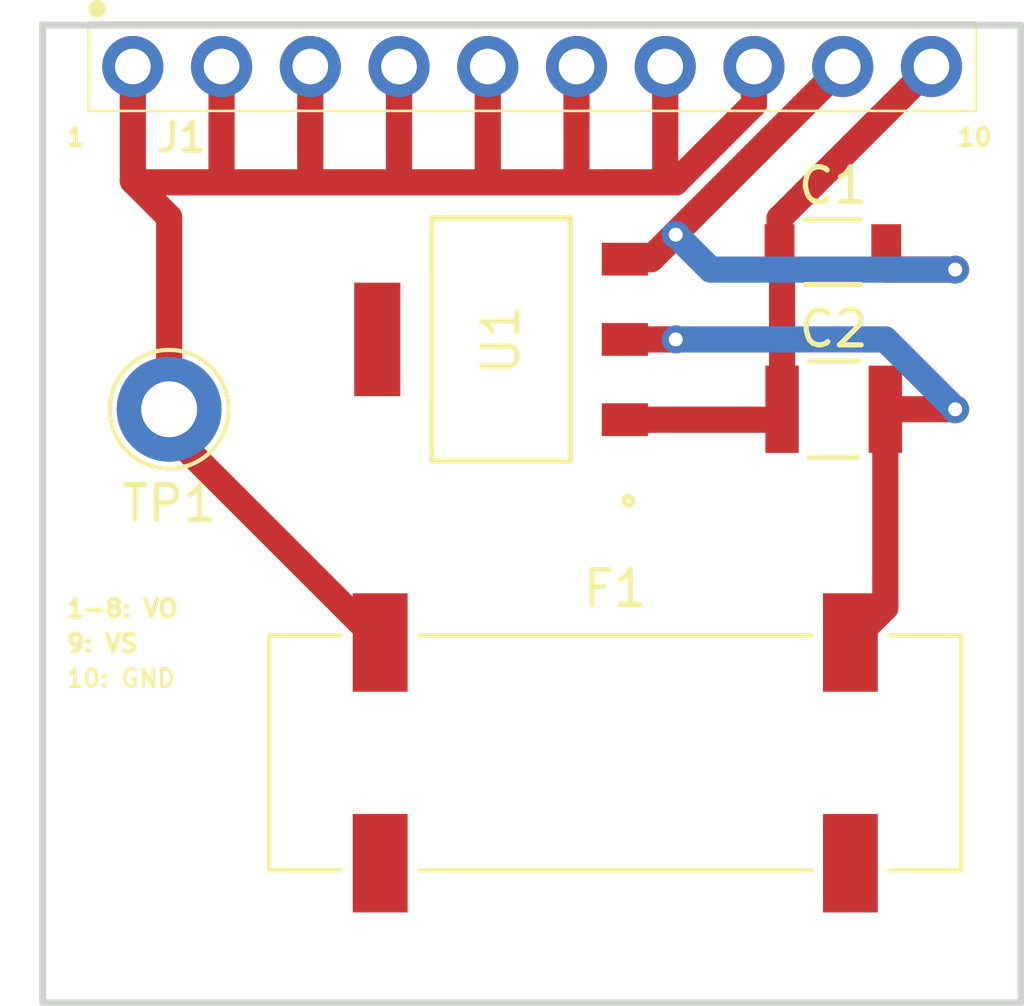
<source format=kicad_pcb>
(kicad_pcb (version 20240108) (generator "pcbnew") (generator_version "8.0")
  (layers (0 "F.Cu" signal) (31 "B.Cu" signal) (34 "B.Paste" user) (35 "F.Paste" user) (36 "B.SilkS" user "B.Silkscreen") (37 "F.SilkS" user "F.Silkscreen") (38 "B.Mask" user) (39 "F.Mask" user) (44 "Edge.Cuts" user))
  (net 0 "")
  (net 1 "/GND")
  (net 2 "/Vs")
  (net 3 "Net-(U1-VO)")
  (net 4 "Net-(F1-Pad1_1)")
  (footprint "TestPoint:TestPoint_Loop_D2.60mm_Drill1.6mm_Beaded" (layer "F.Cu") (at 62 32)
    (property "Reference" "TP1" (at 0 2.7 0) (layer "F.SilkS"))
    (property "Value" "TestPoint")
    (fp_circle (center 0 0) (end 1.7 0) (stroke (width 0.12)) (fill none) (layer "F.SilkS"))
    (pad "1" thru_hole circle (at 0 0) (size 3 3) (drill 1.6) (layers "*.Cu" "*.Mask") (net 4 "Net-(F1-Pad1_1)"))
  )
  (footprint "LT1117CST-5#PBF:SOT-223_ST_LIT-M" (layer "F.Cu") (at 71.5 30 90)
    (property "Reference" "U1" (at 0 0 90) (layer "F.SilkS"))
    (property "Value" "LT1117-5.0")
    (fp_poly (pts (xy 1.6256 -4.2037) (xy -1.6256 -4.2037) (xy -1.6256 -2.8829) (xy 1.6256 -2.8829)) (fill solid) (layer "F.Cu"))
    (fp_line (start 3.4798 -1.9812) (end -3.4798 -1.9812) (stroke (width 0.1524)) (layer "F.SilkS"))
    (fp_line (start -3.4798 -1.9812) (end -3.4798 1.9812) (stroke (width 0.1524)) (layer "F.SilkS"))
    (fp_line (start 3.4798 1.9812) (end 3.4798 -1.9812) (stroke (width 0.1524)) (layer "F.SilkS"))
    (fp_line (start -3.4798 1.9812) (end 3.4798 1.9812) (stroke (width 0.1524)) (layer "F.SilkS"))
    (fp_circle (center -4.6228 3.6449) (end -4.4958 3.6449) (stroke (width 0.1524)) (fill none) (layer "F.SilkS"))
    (pad "1" smd rect (at -2.2987 3.5433 90) (size 0.9398 1.3208) (layers "F.Cu" "F.Paste" "F.Mask") (net 1 "/GND"))
    (pad "2" smd rect (at 0 3.5433 90) (size 0.9398 1.3208) (layers "F.Cu" "F.Paste" "F.Mask") (net 3 "Net-(U1-VO)"))
    (pad "3" smd rect (at 2.2987 3.5433 90) (size 0.9398 1.3208) (layers "F.Cu" "F.Paste" "F.Mask") (net 2 "/Vs"))
  )
  (footprint "fuse:FUSE_3587TR" (layer "F.Cu") (at 74.77 41.84)
    (property "Reference" "F1" (at 0 -4.7 0) (layer "F.SilkS"))
    (property "Value" "3587TR")
    (fp_line (start -9.905 -3.365) (end -9.905 3.365) (stroke (width 0.127)) (layer "F.SilkS"))
    (fp_line (start -7.85 -3.365) (end -9.905 -3.365) (stroke (width 0.127)) (layer "F.SilkS"))
    (fp_line (start -7.85 3.365) (end -9.905 3.365) (stroke (width 0.127)) (layer "F.SilkS"))
    (fp_line (start -5.6 -3.365) (end 5.6 -3.365) (stroke (width 0.127)) (layer "F.SilkS"))
    (fp_line (start 5.6 3.365) (end -5.6 3.365) (stroke (width 0.127)) (layer "F.SilkS"))
    (fp_line (start 7.85 -3.365) (end 9.905 -3.365) (stroke (width 0.127)) (layer "F.SilkS"))
    (fp_line (start 7.85 3.365) (end 9.905 3.365) (stroke (width 0.127)) (layer "F.SilkS"))
    (fp_line (start 9.905 -3.365) (end 9.905 3.365) (stroke (width 0.127)) (layer "F.SilkS"))
    (pad "1_1" smd rect (at -6.73 -3.16) (size 1.57 2.82) (layers "F.Cu" "F.Paste" "F.Mask") (net 4 "Net-(F1-Pad1_1)"))
    (pad "1_2" smd rect (at -6.73 3.16) (size 1.57 2.82) (layers "F.Cu" "F.Paste" "F.Mask"))
    (pad "2_1" smd rect (at 6.73 -3.16) (size 1.57 2.82) (layers "F.Cu" "F.Paste" "F.Mask") (net 3 "Net-(U1-VO)"))
    (pad "2_2" smd rect (at 6.73 3.16) (size 1.57 2.82) (layers "F.Cu" "F.Paste" "F.Mask"))
  )
  (footprint "10 pin output:1X10-2.54MM-THT" (layer "F.Cu") (at 60.96 22.18415)
    (property "Reference" "J1" (at 1.397 2.032 0) (layer "F.SilkS") (effects (font (size 0.8 0.8))))
    (property "Value" "PH1-10-UA")
    (fp_line (start -1.27 -1.27) (end -1.27 1.27) (stroke (width 0.0762)) (layer "F.SilkS"))
    (fp_line (start -1.27 -1.27) (end 24.13 -1.27) (stroke (width 0.0762)) (layer "F.SilkS"))
    (fp_line (start 24.13 -1.27) (end 24.13 1.27) (stroke (width 0.0762)) (layer "F.SilkS"))
    (fp_line (start 24.13 1.27) (end -1.27 1.27) (stroke (width 0.0762)) (layer "F.SilkS"))
    (fp_circle (center -1.016 -1.651) (end -0.762 -1.651) (fill solid) (layer "F.SilkS"))
    (pad "1" thru_hole circle (at 0 0) (size 1.75 1.75) (drill 1.02) (layers "*.Cu" "*.Mask") (net 4 "Net-(F1-Pad1_1)"))
    (pad "2" thru_hole circle (at 2.54 0) (size 1.75 1.75) (drill 1.02) (layers "*.Cu" "*.Mask") (net 4 "Net-(F1-Pad1_1)"))
    (pad "3" thru_hole circle (at 5.08 0) (size 1.75 1.75) (drill 1.02) (layers "*.Cu" "*.Mask") (net 4 "Net-(F1-Pad1_1)"))
    (pad "4" thru_hole circle (at 7.62 0) (size 1.75 1.75) (drill 1.02) (layers "*.Cu" "*.Mask") (net 4 "Net-(F1-Pad1_1)"))
    (pad "5" thru_hole circle (at 10.16 0) (size 1.75 1.75) (drill 1.02) (layers "*.Cu" "*.Mask") (net 4 "Net-(F1-Pad1_1)"))
    (pad "6" thru_hole circle (at 12.7 0) (size 1.75 1.75) (drill 1.02) (layers "*.Cu" "*.Mask") (net 4 "Net-(F1-Pad1_1)"))
    (pad "7" thru_hole circle (at 15.24 0) (size 1.75 1.75) (drill 1.02) (layers "*.Cu" "*.Mask") (net 4 "Net-(F1-Pad1_1)"))
    (pad "8" thru_hole circle (at 17.78 0) (size 1.75 1.75) (drill 1.02) (layers "*.Cu" "*.Mask") (net 4 "Net-(F1-Pad1_1)"))
    (pad "9" thru_hole circle (at 20.32 0) (size 1.75 1.75) (drill 1.02) (layers "*.Cu" "*.Mask") (net 2 "/Vs"))
    (pad "10" thru_hole circle (at 22.86 0) (size 1.75 1.75) (drill 1.02) (layers "*.Cu" "*.Mask") (net 1 "/GND"))
  )
  (footprint "CL32A476KOJNNNE:CAP_CL32_SAM" (layer "F.Cu") (at 81.022199 32 180)
    (property "Reference" "C2" (at 0 2.3 0) (layer "F.SilkS"))
    (property "Value" "47u")
    (fp_line (start 0.692451 -1.377) (end -0.692451 -1.377) (stroke (width 0.1524)) (layer "F.SilkS"))
    (fp_line (start -0.692451 1.377) (end 0.692451 1.377) (stroke (width 0.1524)) (layer "F.SilkS"))
    (pad "1" smd rect (at -1.477801 0 180) (size 0.9556 2.5) (layers "F.Cu" "F.Paste" "F.Mask") (net 3 "Net-(U1-VO)"))
    (pad "2" smd rect (at 1.477801 0 180) (size 0.9556 2.5) (layers "F.Cu" "F.Paste" "F.Mask") (net 1 "/GND"))
  )
  (footprint "Capacitor_SMDC_1206_3216Metric:CAP_CL31_SAM" (layer "F.Cu") (at 81 27.5 180)
    (property "Reference" "C1" (at 0 1.9 0) (layer "F.SilkS"))
    (property "Value" "10u")
    (fp_line (start 0.792451 -0.927) (end -0.792451 -0.927) (stroke (width 0.1524)) (layer "F.SilkS"))
    (fp_line (start -0.792451 0.927) (end 0.792451 0.927) (stroke (width 0.1524)) (layer "F.SilkS"))
    (pad "1" smd rect (at -1.527801 0 180) (size 0.8556 1.6) (layers "F.Cu" "F.Paste" "F.Mask") (net 2 "/Vs"))
    (pad "2" smd rect (at 1.527801 0 180) (size 0.8556 1.6) (layers "F.Cu" "F.Paste" "F.Mask") (net 1 "/GND"))
  )
  (gr_rect (start 58.38 21) (end 86.38 49) (stroke (width 0.2)) (fill none) (layer "Edge.Cuts"))
  (gr_text "9: VS" (at 59 39 0) (layer "F.SilkS") (effects (font (size 0.5 0.5) (thickness 0.125) (bold yes)) (justify left bottom)))
  (gr_text "10: GND" (at 59 40 0) (layer "F.SilkS") (effects (font (size 0.5 0.5) (thickness 0.1) (bold yes)) (justify left bottom)))
  (gr_text "1" (at 59 24.5 0) (layer "F.SilkS") (effects (font (size 0.5 0.5) (thickness 0.125) (bold yes)) (justify left bottom)))
  (gr_text "1-8: VO" (at 59 38 0) (layer "F.SilkS") (effects (font (size 0.5 0.5) (thickness 0.125)) (justify left bottom)))
  (gr_text "10" (at 84.5 24.5 0) (layer "F.SilkS") (effects (font (size 0.5 0.5) (thickness 0.125) (bold yes)) (justify left bottom)))
  (segment (start 79.544398 32) (end 79.544398 28.1) (width 0.75) (layer "F.Cu") (net 1))
  (segment (start 79.472199 26.531951) (end 83.82 22.18415) (width 0.75) (layer "F.Cu") (net 1))
  (segment (start 79.544398 28.1) (end 79.444398 28) (width 0.75) (layer "F.Cu") (net 1))
  (segment (start 74.9925 32.2987) (end 79.245698 32.2987) (width 0.75) (layer "F.Cu") (net 1))
  (segment (start 79.444398 27.944398) (end 79.5 27.888796) (width 0.75) (layer "F.Cu") (net 1))
  (segment (start 79.245698 32.2987) (end 79.544398 32) (width 0.75) (layer "F.Cu") (net 1))
  (segment (start 79.444398 28) (end 79.444398 27.944398) (width 0.75) (layer "F.Cu") (net 1))
  (segment (start 79.472199 27.5) (end 79.472199 26.531951) (width 0.75) (layer "F.Cu") (net 1))
  (segment (start 82.5 28) (end 84.5 28) (width 0.75) (layer "F.Cu") (net 2))
  (segment (start 75.76285 27.7013) (end 81.28 22.18415) (width 0.75) (layer "F.Cu") (net 2))
  (segment (start 74.9925 27.7013) (end 75.76285 27.7013) (width 0.75) (layer "F.Cu") (net 2))
  (segment (start 74.9925 27.7013) (end 75.7987 27.7013) (width 0.75) (layer "F.Cu") (net 2))
  (segment (start 75.7987 27.7013) (end 76.5 27) (width 0.75) (layer "F.Cu") (net 2))
  (via (at 84.5 28) (size 0.8) (drill 0.4) (layers "F.Cu" "B.Cu") (net 2))
  (via (at 76.5 27) (size 0.8) (drill 0.4) (layers "F.Cu" "B.Cu") (net 2))
  (segment (start 84.5 28) (end 77.5 28) (width 0.75) (layer "B.Cu") (net 2))
  (segment (start 77.5 28) (end 76.5 27) (width 0.75) (layer "B.Cu") (net 2))
  (segment (start 82.5 32) (end 84.5 32) (width 0.75) (layer "F.Cu") (net 3))
  (segment (start 82.5 37.68) (end 81.5 38.68) (width 0.75) (layer "F.Cu") (net 3))
  (segment (start 82.5 32) (end 82.5 37.68) (width 0.75) (layer "F.Cu") (net 3))
  (segment (start 74.9925 30) (end 76.5 30) (width 0.75) (layer "F.Cu") (net 3))
  (via (at 76.5 30) (size 0.8) (drill 0.4) (layers "F.Cu" "B.Cu") (net 3))
  (via (at 84.5 32) (size 0.8) (drill 0.4) (layers "F.Cu" "B.Cu") (net 3))
  (segment (start 82.5 30) (end 76.5 30) (width 0.75) (layer "B.Cu") (net 3))
  (segment (start 84.5 32) (end 82.5 30) (width 0.75) (layer "B.Cu") (net 3))
  (segment (start 76.2 22.18415) (end 76.2 25.2) (width 0.75) (layer "F.Cu") (net 4))
  (segment (start 66.04 25.46) (end 66 25.5) (width 0.75) (layer "F.Cu") (net 4))
  (segment (start 66 25.5) (end 68.5 25.5) (width 0.75) (layer "F.Cu") (net 4))
  (segment (start 71 25.5) (end 73 25.5) (width 0.75) (layer "F.Cu") (net 4))
  (segment (start 73.66 25.34) (end 73.5 25.5) (width 0.75) (layer "F.Cu") (net 4))
  (segment (start 60.96 22.18415) (end 60.96 25.46) (width 0.75) (layer "F.Cu") (net 4))
  (segment (start 61 25.5) (end 62 26.5) (width 0.75) (layer "F.Cu") (net 4))
  (segment (start 63.5 25.5) (end 66 25.5) (width 0.75) (layer "F.Cu") (net 4))
  (segment (start 74.5 25.5) (end 76.5 25.5) (width 0.75) (layer "F.Cu") (net 4))
  (segment (start 68.58 25.42) (end 68.5 25.5) (width 0.75) (layer "F.Cu") (net 4))
  (segment (start 73 25.5) (end 73.5 25.5) (width 0.75) (layer "F.Cu") (net 4))
  (segment (start 62.5 32.5) (end 62.5 33.14) (width 0.75) (layer "F.Cu") (net 4))
  (segment (start 63.5 22.18415) (end 63.5 25.5) (width 0.75) (layer "F.Cu") (net 4))
  (segment (start 71.12 22.18415) (end 71.12 25.38) (width 0.75) (layer "F.Cu") (net 4))
  (segment (start 68.5 25.5) (end 71 25.5) (width 0.75) (layer "F.Cu") (net 4))
  (segment (start 73.5 25.5) (end 74.5 25.5) (width 0.75) (layer "F.Cu") (net 4))
  (segment (start 61 25.5) (end 63.5 25.5) (width 0.75) (layer "F.Cu") (net 4))
  (segment (start 76.5 25.5) (end 78.74 23.26) (width 0.75) (layer "F.Cu") (net 4))
  (segment (start 68.58 22.18415) (end 68.58 25.42) (width 0.75) (layer "F.Cu") (net 4))
  (segment (start 73.66 22.18415) (end 73.66 25.34) (width 0.75) (layer "F.Cu") (net 4))
  (segment (start 60.96 25.46) (end 61 25.5) (width 0.75) (layer "F.Cu") (net 4))
  (segment (start 68.04 38.68) (end 68.04 38.54) (width 0.2) (layer "F.Cu") (net 4))
  (segment (start 71.12 25.38) (end 71 25.5) (width 0.75) (layer "F.Cu") (net 4))
  (segment (start 76.2 25.2) (end 76.5 25.5) (width 0.75) (layer "F.Cu") (net 4))
  (segment (start 62 32) (end 62.5 32.5) (width 0.75) (layer "F.Cu") (net 4))
  (segment (start 66.04 22.18415) (end 66.04 25.46) (width 0.75) (layer "F.Cu") (net 4))
  (segment (start 62.5 33.14) (end 68.04 38.68) (width 0.75) (layer "F.Cu") (net 4))
  (segment (start 78.74 23.26) (end 78.74 22.18415) (width 0.75) (layer "F.Cu") (net 4))
  (segment (start 62 26.5) (end 62 32) (width 0.75) (layer "F.Cu") (net 4))
)
</source>
